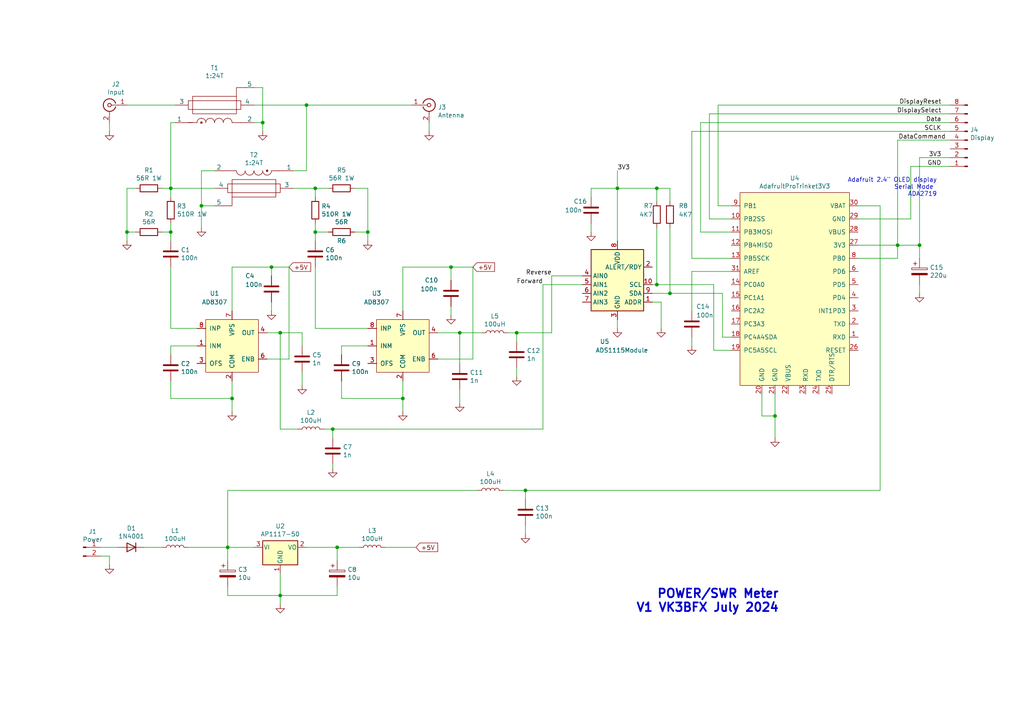
<source format=kicad_sch>
(kicad_sch (version 20211123) (generator eeschema)
  (paper "A4")
  (lib_symbols
    (symbol "Analog_ADC:ADS1115IDGS"
      (property "Reference" "U" (at 2.54 13.97 0))
      (property "Value" "ADS1115IDGS" (at 7.62 11.43 0))
      (symbol "ADS1115IDGS_0_1"
        (rectangle (start -7.62 10.16) (end 7.62 -7.62) (stroke (width 0.254)) (fill (type background)))
      )
      (symbol "ADS1115IDGS_1_1"
        (pin input line (at 10.16 -5.08 180) (length 2.54) (name "ADDR") (number "1"))
        (pin input line (at 10.16 0 180) (length 2.54) (name "SCL") (number "10"))
        (pin output line (at 10.16 5.08 180) (length 2.54) (name "ALERT/RDY") (number "2"))
        (pin power_in line (at 0 -10.16 90) (length 2.54) (name "GND") (number "3"))
        (pin input line (at -10.16 2.54 0) (length 2.54) (name "AIN0") (number "4"))
        (pin input line (at -10.16 0 0) (length 2.54) (name "AIN1") (number "5"))
        (pin input line (at -10.16 -2.54 0) (length 2.54) (name "AIN2") (number "6"))
        (pin input line (at -10.16 -5.08 0) (length 2.54) (name "AIN3") (number "7"))
        (pin power_in line (at 0 12.7 270) (length 2.54) (name "VDD") (number "8"))
        (pin bidirectional line (at 10.16 -2.54 180) (length 2.54) (name "SDA") (number "9"))
      )
    )
    (symbol "Connector:Conn_01x02_Male" (pin_names (offset 1.016) hide)
      (property "Reference" "J" (at 0 2.54 0))
      (property "Value" "Conn_01x02_Male" (at 0 -5.08 0))
      (symbol "Conn_01x02_Male_1_1"
        (polyline (pts (xy 1.27 -2.54) (xy 0.8636 -2.54)) (stroke (width 0.1524)))
        (polyline (pts (xy 1.27 0) (xy 0.8636 0)) (stroke (width 0.1524)))
        (rectangle (start 0.8636 -2.413) (end 0 -2.667) (stroke (width 0.1524)) (fill (type outline)))
        (rectangle (start 0.8636 0.127) (end 0 -0.127) (stroke (width 0.1524)) (fill (type outline)))
        (pin passive line (at 5.08 0 180) (length 3.81) (name "Pin_1") (number "1"))
        (pin passive line (at 5.08 -2.54 180) (length 3.81) (name "Pin_2") (number "2"))
      )
    )
    (symbol "Connector:Conn_01x08_Male" (pin_names (offset 1.016) hide)
      (property "Reference" "J" (at 0 10.16 0))
      (property "Value" "Conn_01x08_Male" (at 0 -12.7 0))
      (symbol "Conn_01x08_Male_1_1"
        (polyline (pts (xy 1.27 -10.16) (xy 0.8636 -10.16)) (stroke (width 0.1524)))
        (polyline (pts (xy 1.27 -7.62) (xy 0.8636 -7.62)) (stroke (width 0.1524)))
        (polyline (pts (xy 1.27 -5.08) (xy 0.8636 -5.08)) (stroke (width 0.1524)))
        (polyline (pts (xy 1.27 -2.54) (xy 0.8636 -2.54)) (stroke (width 0.1524)))
        (polyline (pts (xy 1.27 0) (xy 0.8636 0)) (stroke (width 0.1524)))
        (polyline (pts (xy 1.27 2.54) (xy 0.8636 2.54)) (stroke (width 0.1524)))
        (polyline (pts (xy 1.27 5.08) (xy 0.8636 5.08)) (stroke (width 0.1524)))
        (polyline (pts (xy 1.27 7.62) (xy 0.8636 7.62)) (stroke (width 0.1524)))
        (rectangle (start 0.8636 -10.033) (end 0 -10.287) (stroke (width 0.1524)) (fill (type outline)))
        (rectangle (start 0.8636 -7.493) (end 0 -7.747) (stroke (width 0.1524)) (fill (type outline)))
        (rectangle (start 0.8636 -4.953) (end 0 -5.207) (stroke (width 0.1524)) (fill (type outline)))
        (rectangle (start 0.8636 -2.413) (end 0 -2.667) (stroke (width 0.1524)) (fill (type outline)))
        (rectangle (start 0.8636 0.127) (end 0 -0.127) (stroke (width 0.1524)) (fill (type outline)))
        (rectangle (start 0.8636 2.667) (end 0 2.413) (stroke (width 0.1524)) (fill (type outline)))
        (rectangle (start 0.8636 5.207) (end 0 4.953) (stroke (width 0.1524)) (fill (type outline)))
        (rectangle (start 0.8636 7.747) (end 0 7.493) (stroke (width 0.1524)) (fill (type outline)))
        (pin passive line (at 5.08 7.62 180) (length 3.81) (name "Pin_1") (number "1"))
        (pin passive line (at 5.08 5.08 180) (length 3.81) (name "Pin_2") (number "2"))
        (pin passive line (at 5.08 2.54 180) (length 3.81) (name "Pin_3") (number "3"))
        (pin passive line (at 5.08 0 180) (length 3.81) (name "Pin_4") (number "4"))
        (pin passive line (at 5.08 -2.54 180) (length 3.81) (name "Pin_5") (number "5"))
        (pin passive line (at 5.08 -5.08 180) (length 3.81) (name "Pin_6") (number "6"))
        (pin passive line (at 5.08 -7.62 180) (length 3.81) (name "Pin_7") (number "7"))
        (pin passive line (at 5.08 -10.16 180) (length 3.81) (name "Pin_8") (number "8"))
      )
    )
    (symbol "Connector:Conn_Coaxial" (pin_names (offset 1.016) hide)
      (property "Reference" "J" (at 0.254 3.048 0))
      (property "Value" "Conn_Coaxial" (at 2.921 0 90))
      (symbol "Conn_Coaxial_0_1"
        (arc (start -1.778 -0.508) (mid 0.222 -1.808) (end 1.778 0) (stroke (width 0.254)))
        (polyline (pts (xy -2.54 0) (xy -0.508 0)))
        (polyline (pts (xy 0 -2.54) (xy 0 -1.778)))
        (circle (center 0 0) (radius 0.508) (stroke (width 0.2032)))
        (arc (start 1.778 0) (mid 0.222 1.8083) (end -1.778 0.508) (stroke (width 0.254)))
      )
      (symbol "Conn_Coaxial_1_1"
        (pin passive line (at -5.08 0 0) (length 2.54) (name "In") (number "1"))
        (pin passive line (at 0 -5.08 90) (length 2.54) (name "Ext") (number "2"))
      )
    )
    (symbol "Device:C" (pin_numbers hide) (pin_names (offset 0.254))
      (property "Reference" "C" (at 0.635 2.54 0))
      (property "Value" "C" (at 0.635 -2.54 0))
      (symbol "C_0_1"
        (polyline (pts (xy -2.032 -0.762) (xy 2.032 -0.762)) (stroke (width 0.508)))
        (polyline (pts (xy -2.032 0.762) (xy 2.032 0.762)) (stroke (width 0.508)))
      )
      (symbol "C_1_1"
        (pin passive line (at 0 3.81 270) (length 2.794) (name "~") (number "1"))
        (pin passive line (at 0 -3.81 90) (length 2.794) (name "~") (number "2"))
      )
    )
    (symbol "Device:CP" (pin_numbers hide) (pin_names (offset 0.254))
      (property "Reference" "C" (at 0.635 2.54 0))
      (property "Value" "Device_CP" (at 0.635 -2.54 0))
      (symbol "CP_0_1"
        (rectangle (start -2.286 0.508) (end 2.286 1.016))
        (polyline (pts (xy -1.778 2.286) (xy -0.762 2.286)))
        (polyline (pts (xy -1.27 2.794) (xy -1.27 1.778)))
        (rectangle (start 2.286 -0.508) (end -2.286 -1.016) (fill (type outline)))
      )
      (symbol "CP_1_1"
        (pin passive line (at 0 3.81 270) (length 2.794) (name "~") (number "1"))
        (pin passive line (at 0 -3.81 90) (length 2.794) (name "~") (number "2"))
      )
    )
    (symbol "Device:D" (pin_numbers hide) (pin_names (offset 1.016) hide)
      (property "Reference" "D" (at 0 2.54 0))
      (property "Value" "D" (at 0 -2.54 0))
      (symbol "D_0_1"
        (polyline (pts (xy -1.27 1.27) (xy -1.27 -1.27)) (stroke (width 0.254)))
        (polyline (pts (xy 1.27 0) (xy -1.27 0)))
        (polyline (pts (xy 1.27 1.27) (xy 1.27 -1.27) (xy -1.27 0) (xy 1.27 1.27)) (stroke (width 0.254)))
      )
      (symbol "D_1_1"
        (pin passive line (at -3.81 0 0) (length 2.54) (name "K") (number "1"))
        (pin passive line (at 3.81 0 180) (length 2.54) (name "A") (number "2"))
      )
    )
    (symbol "Device:L" (pin_numbers hide) (pin_names (offset 1.016) hide)
      (property "Reference" "L" (at -1.27 0 90))
      (property "Value" "L" (at 1.905 0 90))
      (symbol "L_0_1"
        (arc (start 0 -2.54) (mid 0.635 -1.905) (end 0 -1.27))
        (arc (start 0 -1.27) (mid 0.635 -0.635) (end 0 0))
        (arc (start 0 0) (mid 0.635 0.635) (end 0 1.27))
        (arc (start 0 1.27) (mid 0.635 1.905) (end 0 2.54))
      )
      (symbol "L_1_1"
        (pin passive line (at 0 3.81 270) (length 1.27) (name "1") (number "1"))
        (pin passive line (at 0 -3.81 90) (length 1.27) (name "2") (number "2"))
      )
    )
    (symbol "Device:R" (pin_numbers hide) (pin_names (offset 0))
      (property "Reference" "R" (at 2.032 0 90))
      (property "Value" "R" (at 0 0 90))
      (symbol "R_0_1"
        (rectangle (start -1.016 -2.54) (end 1.016 2.54) (stroke (width 0.254)))
      )
      (symbol "R_1_1"
        (pin passive line (at 0 3.81 270) (length 1.27) (name "~") (number "1"))
        (pin passive line (at 0 -3.81 90) (length 1.27) (name "~") (number "2"))
      )
    )
    (symbol "Regulator_Linear:AP1117-50" (pin_names (offset 0.254))
      (property "Reference" "U" (at -3.81 3.175 0))
      (property "Value" "AP1117-50" (at 0 3.175 0))
      (symbol "AP1117-50_0_1"
        (rectangle (start -5.08 -5.08) (end 5.08 1.905) (stroke (width 0.254)) (fill (type background)))
      )
      (symbol "AP1117-50_1_1"
        (pin power_in line (at 0 -7.62 90) (length 2.54) (name "GND") (number "1"))
        (pin power_out line (at 7.62 0 180) (length 2.54) (name "VO") (number "2"))
        (pin power_in line (at -7.62 0 0) (length 2.54) (name "VI") (number "3"))
      )
    )
    (symbol "SWRBridge-cache:AdafruitProTrinket3V3" (pin_names (offset 1.016))
      (property "Reference" "U" (at 10.16 29.21 0))
      (property "Value" "SWRBridge-cache_AdafruitProTrinket3V3" (at 19.05 26.67 0))
      (symbol "AdafruitProTrinket3V3_0_1"
        (rectangle (start -16.51 24.13) (end 15.24 -31.75) (fill (type background)))
      )
      (symbol "AdafruitProTrinket3V3_1_1"
        (pin input line (at 17.78 -17.78 180) (length 2.54) (name "RXD") (number "1"))
        (pin bidirectional line (at -19.05 16.51 0) (length 2.54) (name "PB2SS") (number "10"))
        (pin bidirectional line (at -19.05 12.7 0) (length 2.54) (name "PB3MOSI") (number "11"))
        (pin bidirectional line (at -19.05 8.89 0) (length 2.54) (name "PB4MISO") (number "12"))
        (pin bidirectional line (at -19.05 5.08 0) (length 2.54) (name "PB5SCK") (number "13"))
        (pin bidirectional line (at -19.05 -2.54 0) (length 2.54) (name "PC0A0") (number "14"))
        (pin bidirectional line (at -19.05 -6.35 0) (length 2.54) (name "PC1A1") (number "15"))
        (pin bidirectional line (at -19.05 -10.16 0) (length 2.54) (name "PC2A2") (number "16"))
        (pin bidirectional line (at -19.05 -13.97 0) (length 2.54) (name "PC3A3") (number "17"))
        (pin bidirectional line (at -19.05 -17.78 0) (length 2.54) (name "PC4A4SDA") (number "18"))
        (pin bidirectional line (at -19.05 -21.59 0) (length 2.54) (name "PC5A5SCL") (number "19"))
        (pin output line (at 17.78 -13.97 180) (length 2.54) (name "TXD") (number "2"))
        (pin passive line (at -10.16 -34.29 90) (length 2.54) (name "GND") (number "20"))
        (pin passive line (at -6.35 -34.29 90) (length 2.54) (name "GND") (number "21"))
        (pin power_out line (at -2.54 -34.29 90) (length 2.54) (name "VBUS") (number "22"))
        (pin input line (at 2.54 -34.29 90) (length 2.54) (name "RXD") (number "23"))
        (pin output line (at 6.35 -34.29 90) (length 2.54) (name "TXD") (number "24"))
        (pin bidirectional line (at 10.16 -34.29 90) (length 2.54) (name "DTR/RTS") (number "25"))
        (pin input line (at 17.78 -21.59 180) (length 2.54) (name "RESET") (number "26"))
        (pin power_out line (at 17.78 8.89 180) (length 2.54) (name "3V3") (number "27"))
        (pin power_out line (at 17.78 12.7 180) (length 2.54) (name "VBUS") (number "28"))
        (pin passive line (at 17.78 16.51 180) (length 2.54) (name "GND") (number "29"))
        (pin bidirectional line (at 17.78 -10.16 180) (length 2.54) (name "INT1PD3") (number "3"))
        (pin power_in line (at 17.78 20.32 180) (length 2.54) (name "VBAT") (number "30"))
        (pin power_in line (at -19.05 1.27 0) (length 2.54) (name "AREF") (number "31"))
        (pin bidirectional line (at 17.78 -6.35 180) (length 2.54) (name "PD4") (number "4"))
        (pin bidirectional line (at 17.78 -2.54 180) (length 2.54) (name "PD5") (number "5"))
        (pin bidirectional line (at 17.78 1.27 180) (length 2.54) (name "PD6") (number "6"))
        (pin bidirectional line (at 17.78 5.08 180) (length 2.54) (name "PB0") (number "8"))
        (pin bidirectional line (at -19.05 20.32 0) (length 2.54) (name "PB1") (number "9"))
      )
    )
    (symbol "SWRBridge-rescue:SWRBridge-cache_AD8307-SWRBridge-cache" (pin_names (offset 1.016))
      (property "Reference" "U" (at 10.16 11.43 0))
      (property "Value" "SWRBridge-cache_AD8307-SWRBridge-cache" (at 12.7 8.89 0))
      (symbol "SWRBridge-cache_AD8307-SWRBridge-cache_0_1"
        (rectangle (start -7.62 7.62) (end 7.62 -7.62) (fill (type background)))
      )
      (symbol "SWRBridge-cache_AD8307-SWRBridge-cache_1_1"
        (pin input line (at -10.16 0 0) (length 2.54) (name "INM") (number "1"))
        (pin passive line (at 0 -10.16 90) (length 2.54) (name "COM") (number "2"))
        (pin input line (at -10.16 -5.08 0) (length 2.54) (name "OFS") (number "3"))
        (pin input line (at 10.16 3.81 180) (length 2.54) (name "OUT") (number "4"))
        (pin input line (at 10.16 -3.81 180) (length 2.54) (name "ENB") (number "6"))
        (pin power_in line (at 0 10.16 270) (length 2.54) (name "VPS") (number "7"))
        (pin input line (at -10.16 5.08 0) (length 2.54) (name "INP") (number "8"))
      )
    )
    (symbol "SWRBridge-rescue:SWRBridge-cache_SWRTrans-SWRBridge-cache" (pin_numbers hide) (pin_names (offset 0))
      (property "Reference" "T" (at 0 6.35 0))
      (property "Value" "SWRBridge-cache_SWRTrans-SWRBridge-cache" (at 0 -6.35 0))
      (symbol "SWRBridge-cache_SWRTrans-SWRBridge-cache_0_1"
        (circle (center -3.81 -5.08) (radius 0.254) (fill (type outline)))
        (arc (start -2.54 -5.08) (mid -3.81 -3.81) (end -5.08 -5.08))
        (arc (start 0 -5.08) (mid -1.27 -3.81) (end -2.54 -5.08))
        (arc (start 2.54 -5.08) (mid 1.27 -3.81) (end 0 -5.08))
        (arc (start 5.08 -5.08) (mid 3.81 -3.81) (end 2.54 -5.08))
        (pin passive line (at -11.43 -5.08 0) (length 2.54) (name "1") (number "1"))
        (pin passive line (at 11.43 -5.08 180) (length 2.54) (name "2") (number "2"))
        (pin passive line (at -11.43 0 0) (length 3.81) (name "3") (number "3"))
        (pin passive line (at 11.43 0 180) (length 3.81) (name "4") (number "4"))
      )
      (symbol "SWRBridge-cache_SWRTrans-SWRBridge-cache_1_1"
        (rectangle (start -7.62 1.27) (end 7.62 -1.27))
        (rectangle (start -6.35 2.54) (end 6.35 -2.54))
        (polyline (pts (xy -7.62 -5.08) (xy -5.08 -5.08)))
        (polyline (pts (xy 5.08 -5.08) (xy 7.62 -5.08)))
        (polyline (pts (xy 7.62 -5.08) (xy 8.89 -5.08)))
        (polyline (pts (xy -8.89 -5.08) (xy -7.62 -5.08) (xy -6.35 -5.08)))
        (polyline (pts (xy 6.35 2.54) (xy 6.35 5.08) (xy 8.89 5.08)))
        (pin passive line (at 11.43 5.08 180) (length 2.54) (name "5") (number "5"))
      )
    )
    (symbol "power:GND" (power) (pin_names (offset 0))
      (property "Value" "GND" (at 0 -3.81 0))
      (symbol "GND_0_1"
        (polyline (pts (xy 0 0) (xy 0 -1.27) (xy 1.27 -1.27) (xy 0 -2.54) (xy -1.27 -1.27) (xy 0 -1.27)))
      )
      (symbol "GND_1_1"
        (pin power_in line (at 0 0 270) (length 0) hide (name "GND") (number "1"))
      )
    )
  )
  (junction (at 58.42 59.69))
  (junction (at 194.31 85.09))
  (junction (at 49.53 54.61))
  (junction (at 88.9 30.48))
  (junction (at 266.7 71.12))
  (junction (at 81.28 96.52))
  (junction (at 67.31 115.57))
  (junction (at 224.79 120.65))
  (junction (at 149.86 96.52))
  (junction (at 106.68 67.31))
  (junction (at 260.35 71.12))
  (junction (at 91.44 67.31))
  (junction (at 91.44 54.61))
  (junction (at 96.52 124.46))
  (junction (at 97.79 158.75))
  (junction (at 76.2 35.56))
  (junction (at 190.5 54.61))
  (junction (at 179.07 54.61))
  (junction (at 116.84 115.57))
  (junction (at 36.83 67.31))
  (junction (at 190.5 82.55))
  (junction (at 49.53 67.31))
  (junction (at 130.81 77.47))
  (junction (at 78.74 77.47))
  (junction (at 81.28 172.72))
  (junction (at 152.4 142.24))
  (junction (at 133.35 96.52))
  (junction (at 66.04 158.75))
  (wire (pts (xy 87.63 96.52) (xy 87.63 100.33)))
  (wire (pts (xy 81.28 96.52) (xy 87.63 96.52)))
  (wire (pts (xy 91.44 77.47) (xy 91.44 95.25)))
  (wire (pts (xy 58.42 49.53) (xy 58.42 59.69)))
  (wire (pts (xy 111.76 158.75) (xy 120.65 158.75)))
  (wire (pts (xy 130.81 88.9) (xy 130.81 91.44)))
  (wire (pts (xy 200.66 78.74) (xy 212.09 78.74)))
  (wire (pts (xy 34.29 158.75) (xy 29.21 158.75)))
  (wire (pts (xy 78.74 87.63) (xy 78.74 90.17)))
  (wire (pts (xy 49.53 54.61) (xy 49.53 35.56)))
  (wire (pts (xy 57.15 95.25) (xy 49.53 95.25)))
  (wire (pts (xy 77.47 96.52) (xy 81.28 96.52)))
  (wire (pts (xy 130.81 77.47) (xy 130.81 81.28)))
  (wire (pts (xy 67.31 115.57) (xy 67.31 119.38)))
  (wire (pts (xy 248.92 71.12) (xy 260.35 71.12)))
  (wire (pts (xy 212.09 63.5) (xy 205.74 63.5)))
  (wire (pts (xy 209.55 97.79) (xy 209.55 85.09)))
  (wire (pts (xy 152.4 152.4) (xy 152.4 154.94)))
  (wire (pts (xy 96.52 134.62) (xy 96.52 135.89)))
  (wire (pts (xy 67.31 115.57) (xy 67.31 110.49)))
  (wire (pts (xy 127 96.52) (xy 133.35 96.52)))
  (wire (pts (xy 106.68 100.33) (xy 99.06 100.33)))
  (wire (pts (xy 66.04 162.56) (xy 66.04 158.75)))
  (wire (pts (xy 91.44 64.77) (xy 91.44 67.31)))
  (wire (pts (xy 102.87 67.31) (xy 106.68 67.31)))
  (wire (pts (xy 31.75 35.56) (xy 31.75 38.1)))
  (wire (pts (xy 49.53 64.77) (xy 49.53 67.31)))
  (wire (pts (xy 76.2 35.56) (xy 76.2 38.1)))
  (wire (pts (xy 54.61 158.75) (xy 66.04 158.75)))
  (wire (pts (xy 106.68 54.61) (xy 106.68 67.31)))
  (wire (pts (xy 88.9 49.53) (xy 88.9 30.48)))
  (wire (pts (xy 36.83 67.31) (xy 36.83 54.61)))
  (wire (pts (xy 224.79 120.65) (xy 224.79 127)))
  (wire (pts (xy 97.79 170.18) (xy 97.79 172.72)))
  (wire (pts (xy 97.79 162.56) (xy 97.79 158.75)))
  (wire (pts (xy 49.53 54.61) (xy 46.99 54.61)))
  (wire (pts (xy 171.45 54.61) (xy 179.07 54.61)))
  (wire (pts (xy 157.48 124.46) (xy 157.48 82.55)))
  (wire (pts (xy 248.92 74.93) (xy 260.35 74.93)))
  (wire (pts (xy 73.66 35.56) (xy 76.2 35.56)))
  (wire (pts (xy 190.5 66.04) (xy 190.5 82.55)))
  (wire (pts (xy 91.44 67.31) (xy 91.44 69.85)))
  (wire (pts (xy 116.84 77.47) (xy 130.81 77.47)))
  (wire (pts (xy 255.27 59.69) (xy 248.92 59.69)))
  (wire (pts (xy 190.5 54.61) (xy 190.5 58.42)))
  (wire (pts (xy 179.07 92.71) (xy 179.07 95.25)))
  (wire (pts (xy 88.9 30.48) (xy 119.38 30.48)))
  (wire (pts (xy 83.82 104.14) (xy 77.47 104.14)))
  (wire (pts (xy 88.9 158.75) (xy 97.79 158.75)))
  (wire (pts (xy 203.2 35.56) (xy 275.59 35.56)))
  (wire (pts (xy 224.79 120.65) (xy 224.79 114.3)))
  (wire (pts (xy 146.05 142.24) (xy 152.4 142.24)))
  (wire (pts (xy 266.7 71.12) (xy 266.7 74.93)))
  (wire (pts (xy 106.68 67.31) (xy 106.68 69.85)))
  (wire (pts (xy 76.2 35.56) (xy 76.2 25.4)))
  (wire (pts (xy 194.31 85.09) (xy 209.55 85.09)))
  (wire (pts (xy 73.66 25.4) (xy 76.2 25.4)))
  (wire (pts (xy 212.09 97.79) (xy 209.55 97.79)))
  (wire (pts (xy 85.09 54.61) (xy 91.44 54.61)))
  (wire (pts (xy 194.31 54.61) (xy 194.31 58.42)))
  (wire (pts (xy 96.52 124.46) (xy 96.52 127)))
  (wire (pts (xy 133.35 96.52) (xy 139.7 96.52)))
  (wire (pts (xy 189.23 82.55) (xy 190.5 82.55)))
  (wire (pts (xy 83.82 77.47) (xy 83.82 104.14)))
  (wire (pts (xy 205.74 33.02) (xy 275.59 33.02)))
  (wire (pts (xy 91.44 67.31) (xy 95.25 67.31)))
  (wire (pts (xy 124.46 35.56) (xy 124.46 38.1)))
  (wire (pts (xy 99.06 100.33) (xy 99.06 102.87)))
  (wire (pts (xy 58.42 59.69) (xy 58.42 66.04)))
  (wire (pts (xy 99.06 115.57) (xy 116.84 115.57)))
  (wire (pts (xy 149.86 106.68) (xy 149.86 109.22)))
  (wire (pts (xy 49.53 54.61) (xy 62.23 54.61)))
  (wire (pts (xy 49.53 110.49) (xy 49.53 115.57)))
  (wire (pts (xy 189.23 87.63) (xy 191.77 87.63)))
  (wire (pts (xy 137.16 77.47) (xy 137.16 104.14)))
  (wire (pts (xy 200.66 90.17) (xy 200.66 78.74)))
  (wire (pts (xy 133.35 96.52) (xy 133.35 105.41)))
  (wire (pts (xy 81.28 172.72) (xy 81.28 166.37)))
  (wire (pts (xy 66.04 170.18) (xy 66.04 172.72)))
  (wire (pts (xy 85.09 49.53) (xy 88.9 49.53)))
  (wire (pts (xy 67.31 90.17) (xy 67.31 77.47)))
  (wire (pts (xy 73.66 30.48) (xy 88.9 30.48)))
  (wire (pts (xy 41.91 158.75) (xy 46.99 158.75)))
  (wire (pts (xy 200.66 74.93) (xy 200.66 38.1)))
  (wire (pts (xy 260.35 74.93) (xy 260.35 71.12)))
  (wire (pts (xy 36.83 30.48) (xy 50.8 30.48)))
  (wire (pts (xy 149.86 99.06) (xy 149.86 96.52)))
  (wire (pts (xy 220.98 120.65) (xy 224.79 120.65)))
  (wire (pts (xy 58.42 59.69) (xy 62.23 59.69)))
  (wire (pts (xy 81.28 124.46) (xy 86.36 124.46)))
  (wire (pts (xy 157.48 82.55) (xy 168.91 82.55)))
  (wire (pts (xy 212.09 59.69) (xy 208.28 59.69)))
  (wire (pts (xy 78.74 77.47) (xy 83.82 77.47)))
  (wire (pts (xy 266.7 71.12) (xy 266.7 45.72)))
  (wire (pts (xy 264.16 63.5) (xy 264.16 48.26)))
  (wire (pts (xy 49.53 95.25) (xy 49.53 77.47)))
  (wire (pts (xy 260.35 71.12) (xy 266.7 71.12)))
  (wire (pts (xy 203.2 67.31) (xy 203.2 35.56)))
  (wire (pts (xy 171.45 64.77) (xy 171.45 67.31)))
  (wire (pts (xy 81.28 96.52) (xy 81.28 124.46)))
  (wire (pts (xy 93.98 124.46) (xy 96.52 124.46)))
  (wire (pts (xy 200.66 97.79) (xy 200.66 100.33)))
  (wire (pts (xy 266.7 45.72) (xy 275.59 45.72)))
  (wire (pts (xy 91.44 54.61) (xy 95.25 54.61)))
  (wire (pts (xy 160.02 80.01) (xy 168.91 80.01)))
  (wire (pts (xy 179.07 49.53) (xy 179.07 54.61)))
  (wire (pts (xy 81.28 172.72) (xy 81.28 175.26)))
  (wire (pts (xy 207.01 101.6) (xy 212.09 101.6)))
  (wire (pts (xy 96.52 124.46) (xy 157.48 124.46)))
  (wire (pts (xy 264.16 48.26) (xy 275.59 48.26)))
  (wire (pts (xy 49.53 35.56) (xy 50.8 35.56)))
  (wire (pts (xy 99.06 110.49) (xy 99.06 115.57)))
  (wire (pts (xy 66.04 158.75) (xy 66.04 142.24)))
  (wire (pts (xy 87.63 107.95) (xy 87.63 111.76)))
  (wire (pts (xy 116.84 90.17) (xy 116.84 77.47)))
  (wire (pts (xy 260.35 71.12) (xy 260.35 40.64)))
  (wire (pts (xy 97.79 172.72) (xy 81.28 172.72)))
  (wire (pts (xy 133.35 113.03) (xy 133.35 116.84)))
  (wire (pts (xy 36.83 67.31) (xy 39.37 67.31)))
  (wire (pts (xy 189.23 85.09) (xy 194.31 85.09)))
  (wire (pts (xy 91.44 95.25) (xy 106.68 95.25)))
  (wire (pts (xy 207.01 82.55) (xy 207.01 101.6)))
  (wire (pts (xy 102.87 54.61) (xy 106.68 54.61)))
  (wire (pts (xy 179.07 54.61) (xy 190.5 54.61)))
  (wire (pts (xy 149.86 96.52) (xy 160.02 96.52)))
  (wire (pts (xy 116.84 115.57) (xy 116.84 110.49)))
  (wire (pts (xy 160.02 96.52) (xy 160.02 80.01)))
  (wire (pts (xy 220.98 114.3) (xy 220.98 120.65)))
  (wire (pts (xy 248.92 63.5) (xy 264.16 63.5)))
  (wire (pts (xy 36.83 69.85) (xy 36.83 67.31)))
  (wire (pts (xy 62.23 49.53) (xy 58.42 49.53)))
  (wire (pts (xy 29.21 161.29) (xy 31.75 161.29)))
  (wire (pts (xy 255.27 142.24) (xy 255.27 59.69)))
  (wire (pts (xy 208.28 59.69) (xy 208.28 30.48)))
  (wire (pts (xy 147.32 96.52) (xy 149.86 96.52)))
  (wire (pts (xy 205.74 63.5) (xy 205.74 33.02)))
  (wire (pts (xy 49.53 67.31) (xy 46.99 67.31)))
  (wire (pts (xy 66.04 158.75) (xy 73.66 158.75)))
  (wire (pts (xy 171.45 57.15) (xy 171.45 54.61)))
  (wire (pts (xy 152.4 142.24) (xy 255.27 142.24)))
  (wire (pts (xy 31.75 161.29) (xy 31.75 163.83)))
  (wire (pts (xy 49.53 67.31) (xy 49.53 69.85)))
  (wire (pts (xy 66.04 142.24) (xy 138.43 142.24)))
  (wire (pts (xy 191.77 87.63) (xy 191.77 95.25)))
  (wire (pts (xy 130.81 77.47) (xy 137.16 77.47)))
  (wire (pts (xy 66.04 172.72) (xy 81.28 172.72)))
  (wire (pts (xy 97.79 158.75) (xy 104.14 158.75)))
  (wire (pts (xy 190.5 54.61) (xy 194.31 54.61)))
  (wire (pts (xy 152.4 142.24) (xy 152.4 144.78)))
  (wire (pts (xy 57.15 100.33) (xy 49.53 100.33)))
  (wire (pts (xy 49.53 100.33) (xy 49.53 102.87)))
  (wire (pts (xy 49.53 115.57) (xy 67.31 115.57)))
  (wire (pts (xy 137.16 104.14) (xy 127 104.14)))
  (wire (pts (xy 194.31 66.04) (xy 194.31 85.09)))
  (wire (pts (xy 203.2 67.31) (xy 212.09 67.31)))
  (wire (pts (xy 190.5 82.55) (xy 207.01 82.55)))
  (wire (pts (xy 36.83 54.61) (xy 39.37 54.61)))
  (wire (pts (xy 91.44 54.61) (xy 91.44 57.15)))
  (wire (pts (xy 67.31 77.47) (xy 78.74 77.47)))
  (wire (pts (xy 260.35 40.64) (xy 275.59 40.64)))
  (wire (pts (xy 179.07 54.61) (xy 179.07 69.85)))
  (wire (pts (xy 78.74 77.47) (xy 78.74 80.01)))
  (wire (pts (xy 116.84 115.57) (xy 116.84 119.38)))
  (wire (pts (xy 266.7 82.55) (xy 266.7 85.09)))
  (wire (pts (xy 200.66 38.1) (xy 275.59 38.1)))
  (wire (pts (xy 208.28 30.48) (xy 275.59 30.48)))
  (wire (pts (xy 212.09 74.93) (xy 200.66 74.93)))
  (wire (pts (xy 49.53 57.15) (xy 49.53 54.61)))
  (text "Adafruit 2.4\" OLED display\nSerial Mode \nADA2719" (at 271.78 57.15 180) (effects (font (size 1.27 1.27)) (justify right bottom)))
  (text "POWER/SWR Meter\nV1 VK3BFX July 2024" (at 226.06 177.8 180) (effects (font (size 2.4892 2.4892) (thickness 0.4978) bold) (justify right bottom)))
  (label "DisplaySelect" (at 273.05 33.02 180))
  (label "DataCommand" (at 274.32 40.64 180))
  (label "SCLK" (at 273.05 38.1 180))
  (label "Reverse" (at 160.02 80.01 180))
  (label "3V3" (at 273.05 45.72 180))
  (label "DisplayReset" (at 273.05 30.48 180))
  (label "GND" (at 273.05 48.26 180))
  (label "Data" (at 273.05 35.56 180))
  (label "3V3" (at 179.07 49.53 0) (effects (font (size 1.25 1.25))))
  (label "Forward" (at 157.48 82.55 180))
  (global_label "+5V" (shape input) (at 137.16 77.47 0) (property "Intersheet References" "${INTERSHEET_REFS}" (effects hide)))
  (global_label "+5V" (shape input) (at 120.65 158.75 0) (property "Intersheet References" "${INTERSHEET_REFS}" (effects hide)))
  (global_label "+5V" (shape input) (at 83.82 77.47 0) (property "Intersheet References" "${INTERSHEET_REFS}" (effects hide)))
  (symbol (lib_id "Connector:Conn_Coaxial") (at 31.75 30.48 0) (mirror y) (unit 1)
    (property "Reference" "J2" (at 33.5788 24.4348 0))
    (property "Value" "Input" (at 33.5788 26.7462 0))
    (property "Footprint" "SWRBridge:Pad" (effects hide))
    (property "Datasheet" " ~" (effects hide))
  )
  (symbol (lib_id "Connector:Conn_Coaxial") (at 124.46 30.48 0) (unit 1)
    (property "Reference" "J3" (at 127 31.115 0) (effects (justify left)))
    (property "Value" "Antenna" (at 127 33.4264 0) (effects (justify left)))
    (property "Footprint" "SWRBridge:Pad" (effects hide))
    (property "Datasheet" " ~" (effects hide))
  )
  (symbol (lib_id "Device:R") (at 49.53 60.96 0) (unit 1)
    (property "Reference" "R3" (at 51.308 59.7916 0) (effects (justify left)))
    (property "Value" "510R 1W" (at 51.308 62.103 0) (effects (justify left)))
    (property "Footprint" "Resistor_SMD:R_2512_6332Metric_Pad1.40x3.35mm_HandSolder" (effects hide))
  )
  (symbol (lib_id "Device:R") (at 43.18 54.61 270) (unit 1)
    (property "Reference" "R1" (at 43.18 49.3522 90))
    (property "Value" "56R 1W" (at 43.18 51.6636 90))
    (property "Footprint" "Resistor_SMD:R_2512_6332Metric_Pad1.40x3.35mm_HandSolder" (effects hide))
  )
  (symbol (lib_id "Device:R") (at 43.18 67.31 270) (unit 1)
    (property "Reference" "R2" (at 43.18 62.0522 90))
    (property "Value" "56R" (at 43.18 64.3636 90))
    (property "Footprint" "Resistor_SMD:R_1206_3216Metric_Pad1.30x1.75mm_HandSolder" (effects hide))
  )
  (symbol (lib_id "Device:R") (at 91.44 60.96 0) (unit 1)
    (property "Reference" "R4" (at 93.218 59.7916 0) (effects (justify left)))
    (property "Value" "510R 1W" (at 93.218 62.103 0) (effects (justify left)))
    (property "Footprint" "Resistor_SMD:R_2512_6332Metric_Pad1.40x3.35mm_HandSolder" (effects hide))
  )
  (symbol (lib_id "Device:R") (at 99.06 54.61 270) (unit 1)
    (property "Reference" "R5" (at 99.06 49.3522 90))
    (property "Value" "56R 1W" (at 99.06 51.6636 90))
    (property "Footprint" "Resistor_SMD:R_2512_6332Metric_Pad1.40x3.35mm_HandSolder" (effects hide))
  )
  (symbol (lib_id "Device:R") (at 99.06 67.31 270) (unit 1)
    (property "Reference" "R6" (at 99.06 69.85 90))
    (property "Value" "56R" (at 99.06 64.3636 90))
    (property "Footprint" "Resistor_SMD:R_1206_3216Metric_Pad1.30x1.75mm_HandSolder" (effects hide))
  )
  (symbol (lib_id "Device:C") (at 49.53 73.66 0) (unit 1)
    (property "Reference" "C1" (at 52.451 72.4916 0) (effects (justify left)))
    (property "Value" "100n" (at 52.451 74.803 0) (effects (justify left)))
    (property "Footprint" "Capacitor_SMD:C_1206_3216Metric_Pad1.33x1.80mm_HandSolder" (effects hide))
  )
  (symbol (lib_id "Device:C") (at 91.44 73.66 0) (unit 1)
    (property "Reference" "C6" (at 94.361 72.4916 0) (effects (justify left)))
    (property "Value" "100n" (at 94.361 74.803 0) (effects (justify left)))
    (property "Footprint" "Capacitor_SMD:C_1206_3216Metric_Pad1.33x1.80mm_HandSolder" (effects hide))
  )
  (symbol (lib_id "Regulator_Linear:AP1117-50") (at 81.28 158.75 0) (unit 1)
    (property "Reference" "U2" (at 81.28 152.6032 0))
    (property "Value" "AP1117-50" (at 81.28 154.9146 0))
    (property "Footprint" "Package_TO_SOT_SMD:SOT-223-3_TabPin2" (effects hide))
    (property "Datasheet" "http://www.diodes.com/datasheets/AP1117.pdf" (effects hide))
  )
  (symbol (lib_id "Device:CP") (at 97.79 166.37 0) (unit 1)
    (property "Reference" "C8" (at 100.7872 165.2016 0) (effects (justify left)))
    (property "Value" "10u" (at 100.7872 167.513 0) (effects (justify left)))
    (property "Footprint" "Capacitor_SMD:CP_Elec_4x5.4" (effects hide))
  )
  (symbol (lib_id "Device:CP") (at 66.04 166.37 0) (unit 1)
    (property "Reference" "C3" (at 69.0372 165.2016 0) (effects (justify left)))
    (property "Value" "10u" (at 69.0372 167.513 0) (effects (justify left)))
    (property "Footprint" "Capacitor_SMD:CP_Elec_4x5.4" (effects hide))
  )
  (symbol (lib_id "Device:D") (at 38.1 158.75 180) (unit 1)
    (property "Reference" "D1" (at 38.1 153.2382 0))
    (property "Value" "1N4001" (at 38.1 155.5496 0))
    (property "Footprint" "Diode_SMD:D_1206_3216Metric_Pad1.42x1.75mm_HandSolder" (effects hide))
  )
  (symbol (lib_id "Device:C") (at 87.63 104.14 0) (unit 1)
    (property "Reference" "C5" (at 90.551 102.9716 0) (effects (justify left)))
    (property "Value" "1n" (at 90.551 105.283 0) (effects (justify left)))
    (property "Footprint" "Capacitor_SMD:C_1206_3216Metric_Pad1.33x1.80mm_HandSolder" (effects hide))
  )
  (symbol (lib_id "Device:C") (at 133.35 109.22 0) (unit 1)
    (property "Reference" "C11" (at 136.271 108.0516 0) (effects (justify left)))
    (property "Value" "1n" (at 136.271 110.363 0) (effects (justify left)))
    (property "Footprint" "Capacitor_SMD:C_1206_3216Metric_Pad1.33x1.80mm_HandSolder" (effects hide))
  )
  (symbol (lib_id "power:GND") (at 87.63 111.76 0) (unit 1)
    (property "Reference" "#PWR09" (effects hide))
    (property "Value" "GND" (effects hide))
  )
  (symbol (lib_id "power:GND") (at 133.35 116.84 0) (unit 1)
    (property "Reference" "#PWR015" (effects hide))
    (property "Value" "GND" (effects hide))
  )
  (symbol (lib_id "power:GND") (at 76.2 38.1 0) (unit 1)
    (property "Reference" "#PWR06" (effects hide))
    (property "Value" "GND" (effects hide))
  )
  (symbol (lib_id "power:GND") (at 36.83 69.85 0) (unit 1)
    (property "Reference" "#PWR03" (effects hide))
    (property "Value" "GND" (effects hide))
  )
  (symbol (lib_id "power:GND") (at 31.75 38.1 0) (unit 1)
    (property "Reference" "#PWR01" (effects hide))
    (property "Value" "GND" (effects hide))
  )
  (symbol (lib_id "power:GND") (at 124.46 38.1 0) (unit 1)
    (property "Reference" "#PWR013" (effects hide))
    (property "Value" "GND" (effects hide))
  )
  (symbol (lib_id "SWRBridge-cache:AdafruitProTrinket3V3") (at 231.14 80.01 0) (unit 1)
    (property "Reference" "U4" (at 230.505 51.689 0))
    (property "Value" "AdafruitProTrinket3V3" (at 230.505 54.0004 0))
    (property "Footprint" "SWRBridge:AdafruitTrinketPro3V3" (effects hide))
  )
  (symbol (lib_id "Connector:Conn_01x08_Male") (at 280.67 40.64 180) (unit 1)
    (property "Reference" "J4" (at 281.3812 37.6428 0) (effects (justify right)))
    (property "Value" "Display" (at 281.3812 39.9542 0) (effects (justify right)))
    (property "Footprint" "Connector_PinHeader_2.54mm:PinHeader_1x08_P2.54mm_Vertical" (effects hide))
  )
  (symbol (lib_id "power:GND") (at 58.42 66.04 0) (unit 1)
    (property "Reference" "#PWR04" (effects hide))
    (property "Value" "GND" (effects hide))
  )
  (symbol (lib_id "Device:CP") (at 266.7 78.74 0) (unit 1)
    (property "Reference" "C15" (at 269.6972 77.5716 0) (effects (justify left)))
    (property "Value" "220u" (at 269.6972 79.883 0) (effects (justify left)))
    (property "Footprint" "Capacitor_SMD:CP_Elec_10x10" (effects hide))
  )
  (symbol (lib_id "power:GND") (at 266.7 85.09 0) (unit 1)
    (property "Reference" "#PWR020" (effects hide))
    (property "Value" "GND" (effects hide))
  )
  (symbol (lib_id "power:GND") (at 106.68 69.85 0) (unit 1)
    (property "Reference" "#PWR011" (effects hide))
    (property "Value" "GND" (effects hide))
  )
  (symbol (lib_id "Device:C") (at 78.74 83.82 0) (unit 1)
    (property "Reference" "C4" (at 71.12 80.01 0) (effects (justify left)))
    (property "Value" "100n" (at 71.12 82.55 0) (effects (justify left)))
    (property "Footprint" "Capacitor_SMD:C_1206_3216Metric_Pad1.33x1.80mm_HandSolder" (effects hide))
  )
  (symbol (lib_id "Device:C") (at 130.81 85.09 0) (unit 1)
    (property "Reference" "C10" (at 123.19 81.28 0) (effects (justify left)))
    (property "Value" "100n" (at 121.92 83.82 0) (effects (justify left)))
    (property "Footprint" "Capacitor_SMD:C_1206_3216Metric_Pad1.33x1.80mm_HandSolder" (effects hide))
  )
  (symbol (lib_id "power:GND") (at 67.31 119.38 0) (unit 1)
    (property "Reference" "#PWR05" (effects hide))
    (property "Value" "GND" (effects hide))
  )
  (symbol (lib_id "power:GND") (at 116.84 119.38 0) (unit 1)
    (property "Reference" "#PWR012" (effects hide))
    (property "Value" "GND" (effects hide))
  )
  (symbol (lib_id "power:GND") (at 78.74 90.17 0) (unit 1)
    (property "Reference" "#PWR07" (effects hide))
    (property "Value" "GND" (effects hide))
  )
  (symbol (lib_id "power:GND") (at 130.81 91.44 0) (unit 1)
    (property "Reference" "#PWR014" (effects hide))
    (property "Value" "GND" (effects hide))
  )
  (symbol (lib_id "Device:C") (at 49.53 106.68 0) (unit 1)
    (property "Reference" "C2" (at 52.451 105.5116 0) (effects (justify left)))
    (property "Value" "100n" (at 52.451 107.823 0) (effects (justify left)))
    (property "Footprint" "Capacitor_SMD:C_1206_3216Metric_Pad1.33x1.80mm_HandSolder" (effects hide))
  )
  (symbol (lib_id "Device:C") (at 99.06 106.68 0) (unit 1)
    (property "Reference" "C9" (at 101.981 105.5116 0) (effects (justify left)))
    (property "Value" "100n" (at 101.981 107.823 0) (effects (justify left)))
    (property "Footprint" "Capacitor_SMD:C_1206_3216Metric_Pad1.33x1.80mm_HandSolder" (effects hide))
  )
  (symbol (lib_id "power:GND") (at 81.28 175.26 0) (unit 1)
    (property "Reference" "#PWR08" (effects hide))
    (property "Value" "GND" (effects hide))
  )
  (symbol (lib_id "power:GND") (at 224.79 127 0) (unit 1)
    (property "Reference" "#PWR019" (effects hide))
    (property "Value" "GND" (effects hide))
  )
  (symbol (lib_id "Connector:Conn_01x02_Male") (at 24.13 158.75 0) (unit 1)
    (property "Reference" "J1" (at 26.8732 154.1526 0))
    (property "Value" "Power" (at 26.8732 156.464 0))
    (property "Footprint" "Connector_PinHeader_2.54mm:PinHeader_1x02_P2.54mm_Vertical" (effects hide))
  )
  (symbol (lib_id "power:GND") (at 31.75 163.83 0) (unit 1)
    (property "Reference" "#PWR02" (effects hide))
    (property "Value" "GND" (effects hide))
  )
  (symbol (lib_id "SWRBridge-rescue:SWRBridge-cache_AD8307-SWRBridge-cache") (at 67.31 100.33 0) (unit 1)
    (property "Reference" "U1" (at 62.23 85.09 0))
    (property "Value" "AD8307" (at 62.23 87.63 0))
    (property "Footprint" "Package_SO:SO-8_3.9x4.9mm_P1.27mm" (effects hide))
  )
  (symbol (lib_id "SWRBridge-rescue:SWRBridge-cache_AD8307-SWRBridge-cache") (at 116.84 100.33 0) (unit 1)
    (property "Reference" "U3" (at 109.22 85.09 0))
    (property "Value" "AD8307" (at 109.22 87.63 0))
    (property "Footprint" "Package_SO:SO-8_3.9x4.9mm_P1.27mm" (effects hide))
  )
  (symbol (lib_id "SWRBridge-rescue:SWRBridge-cache_SWRTrans-SWRBridge-cache") (at 62.23 30.48 0) (unit 1)
    (property "Reference" "T1" (at 62.23 19.685 0))
    (property "Value" "1:24T" (at 62.23 21.9964 0))
    (property "Footprint" "SWRBridge:SWRVoltageTransformer" (effects hide))
  )
  (symbol (lib_id "SWRBridge-rescue:SWRBridge-cache_SWRTrans-SWRBridge-cache") (at 73.66 54.61 180) (unit 1)
    (property "Reference" "T2" (at 73.66 44.9326 0))
    (property "Value" "1:24T" (at 73.66 47.244 0))
    (property "Footprint" "SWRBridge:SWRVoltageTransformer" (effects hide))
  )
  (symbol (lib_id "Device:L") (at 90.17 124.46 90) (unit 1)
    (property "Reference" "L2" (at 90.17 119.634 90))
    (property "Value" "100uH" (at 90.17 121.9454 90))
    (property "Footprint" "Inductor_SMD:L_1206_3216Metric_Pad1.42x1.75mm_HandSolder" (effects hide))
  )
  (symbol (lib_id "Device:C") (at 96.52 130.81 0) (unit 1)
    (property "Reference" "C7" (at 99.441 129.6416 0) (effects (justify left)))
    (property "Value" "1n" (at 99.441 131.953 0) (effects (justify left)))
    (property "Footprint" "Capacitor_SMD:C_1206_3216Metric_Pad1.33x1.80mm_HandSolder" (effects hide))
  )
  (symbol (lib_id "power:GND") (at 96.52 135.89 0) (unit 1)
    (property "Reference" "#PWR010" (effects hide))
    (property "Value" "GND" (effects hide))
  )
  (symbol (lib_id "Device:L") (at 143.51 96.52 90) (unit 1)
    (property "Reference" "L5" (at 143.51 91.694 90))
    (property "Value" "100uH" (at 143.51 94.0054 90))
    (property "Footprint" "Inductor_SMD:L_1206_3216Metric_Pad1.42x1.75mm_HandSolder" (effects hide))
  )
  (symbol (lib_id "Device:C") (at 149.86 102.87 0) (unit 1)
    (property "Reference" "C12" (at 152.781 101.7016 0) (effects (justify left)))
    (property "Value" "1n" (at 152.781 104.013 0) (effects (justify left)))
    (property "Footprint" "Capacitor_SMD:C_1206_3216Metric_Pad1.33x1.80mm_HandSolder" (effects hide))
  )
  (symbol (lib_id "power:GND") (at 149.86 109.22 0) (unit 1)
    (property "Reference" "#PWR016" (effects hide))
    (property "Value" "GND" (effects hide))
  )
  (symbol (lib_id "Device:L") (at 142.24 142.24 90) (unit 1)
    (property "Reference" "L4" (at 142.24 137.414 90))
    (property "Value" "100uH" (at 142.24 139.7254 90))
    (property "Footprint" "Inductor_SMD:L_1206_3216Metric_Pad1.42x1.75mm_HandSolder" (effects hide))
  )
  (symbol (lib_id "Device:C") (at 152.4 148.59 0) (unit 1)
    (property "Reference" "C13" (at 155.321 147.4216 0) (effects (justify left)))
    (property "Value" "100n" (at 155.321 149.733 0) (effects (justify left)))
    (property "Footprint" "Capacitor_SMD:C_1206_3216Metric_Pad1.33x1.80mm_HandSolder" (effects hide))
  )
  (symbol (lib_id "power:GND") (at 152.4 154.94 0) (unit 1)
    (property "Reference" "#PWR017" (effects hide))
    (property "Value" "GND" (effects hide))
  )
  (symbol (lib_id "Device:C") (at 200.66 93.98 0) (unit 1)
    (property "Reference" "C14" (at 201.93 88.9 0) (effects (justify left)))
    (property "Value" "100n" (at 201.93 91.44 0) (effects (justify left)))
    (property "Footprint" "Capacitor_SMD:C_1206_3216Metric_Pad1.33x1.80mm_HandSolder" (effects hide))
  )
  (symbol (lib_id "power:GND") (at 200.66 100.33 0) (unit 1)
    (property "Reference" "#PWR018" (effects hide))
    (property "Value" "GND" (effects hide))
  )
  (symbol (lib_id "Device:L") (at 107.95 158.75 90) (unit 1)
    (property "Reference" "L3" (at 107.95 153.924 90))
    (property "Value" "100uH" (at 107.95 156.2354 90))
    (property "Footprint" "Inductor_SMD:L_1206_3216Metric_Pad1.42x1.75mm_HandSolder" (effects hide))
  )
  (symbol (lib_id "Device:L") (at 50.8 158.75 90) (unit 1)
    (property "Reference" "L1" (at 50.8 153.924 90))
    (property "Value" "100uH" (at 50.8 156.2354 90))
    (property "Footprint" "Inductor_SMD:L_1206_3216Metric_Pad1.42x1.75mm_HandSolder" (effects hide))
  )
  (symbol (lib_id "Analog_ADC:ADS1115IDGS") (at 179.07 82.55 0) (unit 1)
    (property "Reference" "U5" (at 173.99 99.06 0) (effects (justify left)))
    (property "Value" "ADS1115Module" (at 172.72 101.6 0) (effects (justify left)))
    (property "Footprint" "Module:ADS1115Module" (effects hide))
    (property "Datasheet" "http://www.ti.com/lit/ds/symlink/ads1113.pdf" (effects hide))
  )
  (symbol (lib_id "Device:C") (at 171.45 60.96 0) (unit 1)
    (property "Reference" "C16" (at 166.37 58.42 0) (effects (justify left)))
    (property "Value" "100n" (at 163.83 60.96 0) (effects (justify left)))
    (property "Footprint" "Capacitor_SMD:C_1206_3216Metric_Pad1.33x1.80mm_HandSolder" (effects hide))
  )
  (symbol (lib_id "Device:R") (at 190.5 62.23 0) (unit 1)
    (property "Reference" "R7" (at 186.69 59.69 0) (effects (justify left)))
    (property "Value" "4K7" (at 185.42 62.23 0) (effects (justify left)))
    (property "Footprint" "Resistor_SMD:R_1206_3216Metric" (effects hide))
  )
  (symbol (lib_id "power:GND") (at 191.77 95.25 0) (unit 1)
    (property "Reference" "#PWR023" (effects hide))
    (property "Value" "GND" (effects hide))
  )
  (symbol (lib_id "power:GND") (at 171.45 67.31 0) (unit 1)
    (property "Reference" "#PWR021" (effects hide))
    (property "Value" "GND" (effects hide))
  )
  (symbol (lib_id "Device:R") (at 194.31 62.23 0) (unit 1)
    (property "Reference" "R8" (at 196.85 59.69 0) (effects (justify left)))
    (property "Value" "4K7" (at 196.85 62.23 0) (effects (justify left)))
    (property "Footprint" "Resistor_SMD:R_1206_3216Metric" (effects hide))
  )
  (symbol (lib_id "power:GND") (at 179.07 95.25 0) (unit 1)
    (property "Reference" "#PWR022" (effects hide))
    (property "Value" "GND" (effects hide))
  )
)
</source>
